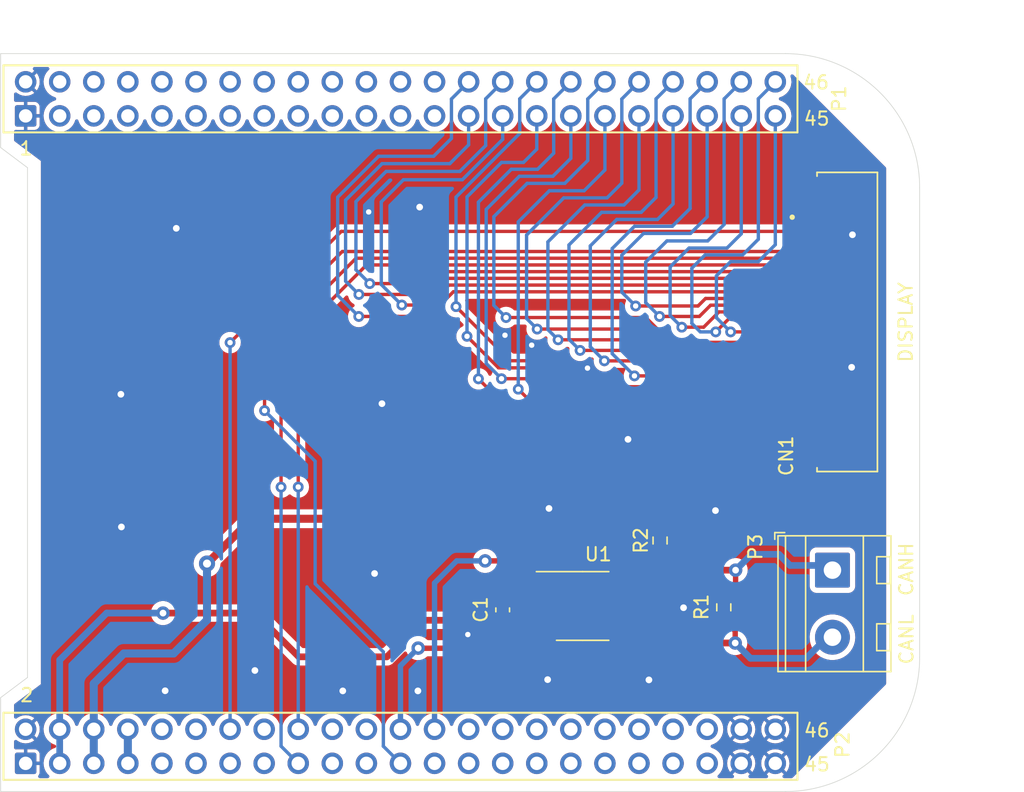
<source format=kicad_pcb>
(kicad_pcb (version 20211014) (generator pcbnew)
  (layers (0 "F.Cu" signal) (31 "B.Cu" signal) (34 "B.Paste" user) (35 "F.Paste" user) (36 "B.SilkS" user "B.Silkscreen") (37 "F.SilkS" user "F.Silkscreen") (38 "B.Mask" user) (39 "F.Mask" user) (44 "Edge.Cuts" user))
  (net 0 "")
  (net 1 "+3V3")
  (net 2 "GNDREF")
  (net 3 "/PWM_BL")
  (net 6 "/CTP_INT")
  (net 7 "/I2C1_SCL")
  (net 8 "/I2C1_SDA")
  (net 9 "/LCD_EN")
  (net 10 "/LCD_VSYNC")
  (net 11 "/LCD_HSYNC")
  (net 12 "/LCD_PCLK")
  (net 13 "/LCD_DATA4")
  (net 14 "/LCD_DATA3")
  (net 15 "/LCD_DATA2")
  (net 16 "/LCD_DATA1")
  (net 17 "/LCD_DATA0")
  (net 18 "/LCD_DATA10")
  (net 19 "/LCD_DATA9")
  (net 20 "/LCD_DATA8")
  (net 21 "/LCD_DATA7")
  (net 22 "/LCD_DATA6")
  (net 23 "/LCD_DATA5")
  (net 24 "/LCD_DATA15")
  (net 25 "/LCD_DATA14")
  (net 26 "/LCD_DATA13")
  (net 27 "/LCD_DATA12")
  (net 28 "/LCD_DATA11")
  (net 29 "+5V")
  (net 54 "/SYS_5V")
  (net 55 "/PWR_BUT")
  (net 56 "/SYS_RESET")
  (net 66 "/CAN_RX")
  (net 68 "/CAN_TX")
  (net 74 "/VDD_ADC")
  (net 85 "Net-(P3-Pad1)")
  (net 86 "Net-(P3-Pad2)")
  (net 87 "Net-(R2-Pad1)")
  (footprint "CTP_Display_CANbus_revA:AMPHENOL_F32Q-1A7H1-11030" (layer "F.Cu") (at 163.1 65 90)
    (fp_text reference "CN1")
    (fp_text value "FFC_FPC_30p")
  )
  (footprint "CTP_Display_CANbus_revA:HEADER_2X23_P2.54MM" (layer "F.Cu") (at 129.8 96.63 180)
    (fp_text reference "P2")
    (fp_text value "Conn_02x23_Odd_Even")
  )
  (footprint "CTP_Display_CANbus_revA:TERM_BLK_2P_5MM_HORIZONTAL" (layer "F.Cu") (at 162 86 -90)
    (fp_text reference "P3")
    (fp_text value "Screw_Terminal_01x02")
  )
  (footprint "CTP_Display_CANbus_revA:R_0603_1608Metric_Pad0.98x0.95mm_HandSolder" (layer "F.Cu") (at 149.15 81.29 90)
    (fp_text reference "R2")
    (fp_text value "10k")
  )
  (footprint "CTP_Display_CANbus_revA:SOIC-8_3.9x4.9mm_P1.27mm" (layer "F.Cu") (at 143.38 86.17)
    (fp_text reference "U1")
    (fp_text value "SN65HVD230")
  )
  (footprint "CTP_Display_CANbus_revA:HEADER_2X23_P2.54MM" (layer "F.Cu") (at 129.8 48.37 180)
    (fp_text reference "P1")
    (fp_text value "Conn_02x23_Odd_Even")
  )
  (footprint "CTP_Display_CANbus_revA:R_0603_1608Metric_Pad0.98x0.95mm_HandSolder" (layer "F.Cu") (at 153.9 86.27 -90)
    (fp_text reference "R1")
    (fp_text value "120")
  )
  (footprint "CTP_Display_CANbus_revA:C_0603_1608Metric" (layer "F.Cu") (at 137.42 86.46 90)
    (fp_text reference "C1")
    (fp_text value "0.1uF")
  )
  (gr_line (start 100 45) (end 100 52) (layer "Edge.Cuts") (width 0.05))
  (gr_line (start 102 53.5) (end 102 91.5) (layer "Edge.Cuts") (width 0.05))
  (gr_line (start 100 52) (end 102 53.5) (layer "Edge.Cuts") (width 0.05))
  (gr_arc (start 168.5 90) (mid 165.571068 97.071068) (end 158.5 100) (layer "Edge.Cuts") (width 0.05))
  (gr_arc (start 158.5 45) (mid 165.571068 47.928932) (end 168.5 55) (layer "Edge.Cuts") (width 0.05))
  (gr_line (start 168.5 90) (end 168.5 55) (layer "Edge.Cuts") (width 0.05))
  (gr_line (start 100 100) (end 158.5 100) (layer "Edge.Cuts") (width 0.05))
  (gr_line (start 100 93) (end 102 91.5) (layer "Edge.Cuts") (width 0.05))
  (gr_line (start 100 45) (end 158.5 45) (layer "Edge.Cuts") (width 0.05))
  (gr_line (start 100 100) (end 100 93) (layer "Edge.Cuts") (width 0.05))
  (gr_text "CANH" (at 167.5 83.44 90) (layer "F.SilkS") (effects (font (size 1 1))))
  (gr_text "2" (at 101.95 92.82) (layer "F.SilkS") (effects (font (size 1 1))))
  (gr_text "46" (at 160.78 47.15) (layer "F.SilkS") (effects (font (size 1 1))))
  (gr_text "45" (at 160.82 49.85) (layer "F.SilkS") (effects (font (size 1 1))))
  (gr_text "46" (at 160.83 95.45) (layer "F.SilkS") (effects (font (size 1 1))))
  (gr_text "CANL" (at 167.52 88.66 90) (layer "F.SilkS") (effects (font (size 1 1))))
  (gr_text "1" (at 101.9 52.07) (layer "F.SilkS") (effects (font (size 1 1))))
  (gr_text "45" (at 160.84 97.98) (layer "F.SilkS") (effects (font (size 1 1))))
  (gr_text "DISPLAY" (at 167.46 65.02 90) (layer "F.SilkS") (effects (font (size 1 1))))
  (segment (start 137.42 87.235) (end 138.675 87.235) (width 0.5) (layer "F.Cu") (net 1))
  (segment (start 122.22 89.96) (end 128.79 89.96) (width 0.5) (layer "F.Cu") (net 1))
  (segment (start 138.675 87.235) (end 139.105 86.805) (width 0.5) (layer "F.Cu") (net 1))
  (segment (start 128.79 89.96) (end 131.515 87.235) (width 0.5) (layer "F.Cu") (net 1))
  (segment (start 139.105 86.805) (end 140.905 86.805) (width 0.5) (layer "F.Cu") (net 1))
  (segment (start 131.515 87.235) (end 137.42 87.235) (width 0.5) (layer "F.Cu") (net 1))
  (segment (start 112.1 86.7) (end 118.96 86.7) (width 0.5) (layer "F.Cu") (net 1))
  (segment (start 118.96 86.7) (end 122.22 89.96) (width 0.5) (layer "F.Cu") (net 1))
  (via (at 112.1 86.7) (size 1) (drill 0.5) (layers "F.Cu" "B.Cu") (net 1))
  (segment (start 107.9 86.7) (end 112.1 86.7) (width 0.5) (layer "B.Cu") (net 1))
  (segment (start 104.4 97.9) (end 104.4 90.2) (width 0.5) (layer "B.Cu") (net 1))
  (segment (start 104.4 90.2) (end 107.9 86.7) (width 0.5) (layer "B.Cu") (net 1))
  (segment (start 138.66 85.53) (end 139.2 85.53) (width 0.25) (layer "F.Cu") (net 2))
  (segment (start 161.13 72.25) (end 161.37 72.49) (width 0.25) (layer "F.Cu") (net 2))
  (segment (start 161.37 72.87) (end 161.15 73.09) (width 0.25) (layer "F.Cu") (net 2))
  (segment (start 159.9 55.5) (end 161.15 55.5) (width 0.25) (layer "F.Cu") (net 2))
  (segment (start 160.2 57.23) (end 159.65 56.68) (width 0.25) (layer "F.Cu") (net 2))
  (segment (start 157.57 76.46) (end 157.57 78.1) (width 0.25) (layer "F.Cu") (net 2))
  (segment (start 158.19 75.84) (end 157.57 76.46) (width 0.25) (layer "F.Cu") (net 2))
  (segment (start 160.2 57.75) (end 162.74 57.75) (width 0.25) (layer "F.Cu") (net 2))
  (segment (start 161.37 72.49) (end 161.37 72.87) (width 0.25) (layer "F.Cu") (net 2))
  (segment (start 162.74 57.75) (end 163.49 58.5) (width 0.25) (layer "F.Cu") (net 2))
  (segment (start 161.15 73.09) (end 161.15 74.5) (width 0.25) (layer "F.Cu") (net 2))
  (segment (start 159.04 75.84) (end 158.19 75.84) (width 0.25) (layer "F.Cu") (net 2))
  (segment (start 156.61 79.06) (end 153.28 79.06) (width 0.25) (layer "F.Cu") (net 2))
  (segment (start 139.205 85.535) (end 139.2 85.53) (width 0.5) (layer "F.Cu") (net 2))
  (segment (start 160.2 57.75) (end 160.2 57.23) (width 0.25) (layer "F.Cu") (net 2))
  (segment (start 159.65 55.75) (end 159.9 55.5) (width 0.25) (layer "F.Cu") (net 2))
  (segment (start 159.65 56.68) (end 159.65 55.75) (width 0.25) (layer "F.Cu") (net 2))
  (segment (start 160.2 72.25) (end 161.13 72.25) (width 0.25) (layer "F.Cu") (net 2))
  (segment (start 157.57 78.1) (end 156.61 79.06) (width 0.25) (layer "F.Cu") (net 2))
  (segment (start 159.5 73.51) (end 159.5 75.38) (width 0.25) (layer "F.Cu") (net 2))
  (segment (start 138.505 85.685) (end 138.66 85.53) (width 0.25) (layer "F.Cu") (net 2))
  (segment (start 159.5 75.38) (end 159.04 75.84) (width 0.25) (layer "F.Cu") (net 2))
  (segment (start 140.905 85.535) (end 139.205 85.535) (width 0.5) (layer "F.Cu") (net 2))
  (segment (start 137.42 85.685) (end 138.505 85.685) (width 0.25) (layer "F.Cu") (net 2))
  (segment (start 160.2 72.25) (end 160.2 72.81) (width 0.25) (layer "F.Cu") (net 2))
  (segment (start 160.2 72.81) (end 159.5 73.51) (width 0.25) (layer "F.Cu") (net 2))
  (via (at 112.26 92.49) (size 1) (drill 0.5) (layers "F.Cu" "B.Cu") (net 2))
  (via (at 113.09 58.02) (size 1) (drill 0.5) (layers "F.Cu" "B.Cu") (net 2))
  (via (at 139.58 66.73) (size 0.8) (drill 0.4) (layers "F.Cu" "B.Cu") (net 2))
  (via (at 131.1 92.5) (size 1) (drill 0.5) (layers "F.Cu" "B.Cu") (net 2))
  (via (at 109 80.28) (size 1) (drill 0.5) (layers "F.Cu" "B.Cu") (net 2))
  (via (at 137.59 65.99) (size 0.8) (drill 0.4) (layers "F.Cu" "B.Cu") (net 2))
  (via (at 140.87 78.9) (size 1) (drill 0.5) (layers "F.Cu" "B.Cu") (net 2))
  (via (at 153.28 79.06) (size 1) (drill 0.5) (layers "F.Cu" "B.Cu") (net 2))
  (via (at 146.76 73.75) (size 1) (drill 0.5) (layers "F.Cu" "B.Cu") (net 2))
  (via (at 148.32 91.68) (size 1) (drill 0.5) (layers "F.Cu" "B.Cu") (net 2))
  (via (at 150.9 86.3) (size 1) (drill 0.5) (layers "F.Cu" "B.Cu") (net 2))
  (via (at 108.96 70.39) (size 1) (drill 0.5) (layers "F.Cu" "B.Cu") (net 2))
  (via (at 163.49 58.5) (size 1) (drill 0.5) (layers "F.Cu" "B.Cu") (net 2))
  (via (at 125.5 92.5) (size 1) (drill 0.5) (layers "F.Cu" "B.Cu") (net 2))
  (via (at 131.23 56.44) (size 1) (drill 0.5) (layers "F.Cu" "B.Cu") (net 2))
  (via (at 163.43 68.38) (size 1) (drill 0.5) (layers "F.Cu" "B.Cu") (net 2))
  (via (at 118.95 90.98) (size 1) (drill 0.5) (layers "F.Cu" "B.Cu") (net 2))
  (via (at 128.42 71.09) (size 1) (drill 0.5) (layers "F.Cu" "B.Cu") (net 2))
  (via (at 143.74 68.44) (size 0.8) (drill 0.4) (layers "F.Cu" "B.Cu") (net 2))
  (via (at 127.43 56.8) (size 0.8) (drill 0.4) (layers "F.Cu" "B.Cu") (net 2))
  (via (at 134.82 88.3) (size 0.8) (drill 0.4) (layers "F.Cu" "B.Cu") (net 2))
  (via (at 140.77 91.66) (size 1) (drill 0.5) (layers "F.Cu" "B.Cu") (net 2))
  (via (at 127.87 83.75) (size 1) (drill 0.5) (layers "F.Cu" "B.Cu") (net 2))
  (segment (start 125.39 58.25) (end 117.1 66.54) (width 0.25) (layer "F.Cu") (net 3))
  (segment (start 160.2 58.25) (end 125.39 58.25) (width 0.25) (layer "F.Cu") (net 3))
  (via (at 117.1 66.54) (size 0.8) (drill 0.4) (layers "F.Cu" "B.Cu") (net 3))
  (segment (start 117.1 95.36) (end 117.1 66.54) (width 0.25) (layer "B.Cu") (net 3))
  (segment (start 125.46 59.75) (end 160.2 59.75) (width 0.25) (layer "F.Cu") (net 6))
  (segment (start 119.67 71.61) (end 119.67 65.54) (width 0.25) (layer "F.Cu") (net 6))
  (segment (start 119.67 65.54) (end 125.46 59.75) (width 0.25) (layer "F.Cu") (net 6))
  (via (at 119.67 71.61) (size 0.8) (drill 0.4) (layers "F.Cu" "B.Cu") (net 6))
  (segment (start 128.525 89.595) (end 128.525 96.625) (width 0.25) (layer "B.Cu") (net 6))
  (segment (start 123.44 84.51) (end 128.525 89.595) (width 0.25) (layer "B.Cu") (net 6))
  (segment (start 123.44 75.38) (end 123.44 84.51) (width 0.25) (layer "B.Cu") (net 6))
  (segment (start 128.525 96.625) (end 129.8 97.9) (width 0.25) (layer "B.Cu") (net 6))
  (segment (start 119.67 71.61) (end 123.44 75.38) (width 0.25) (layer "B.Cu") (net 6))
  (segment (start 126.49 60.25) (end 120.9 65.84) (width 0.25) (layer "F.Cu") (net 7))
  (segment (start 120.9 65.84) (end 120.9 77.31) (width 0.25) (layer "F.Cu") (net 7))
  (segment (start 160.2 60.25) (end 126.49 60.25) (width 0.25) (layer "F.Cu") (net 7))
  (via (at 120.9 77.31) (size 0.8) (drill 0.4) (layers "F.Cu" "B.Cu") (net 7))
  (segment (start 120.9 96.62) (end 120.9 77.31) (width 0.25) (layer "B.Cu") (net 7))
  (segment (start 122.18 97.9) (end 120.9 96.62) (width 0.25) (layer "B.Cu") (net 7))
  (segment (start 122.18 65.84) (end 122.18 77.3) (width 0.25) (layer "F.Cu") (net 8))
  (segment (start 127.27 60.75) (end 122.18 65.84) (width 0.25) (layer "F.Cu") (net 8))
  (segment (start 160.2 60.75) (end 127.27 60.75) (width 0.25) (layer "F.Cu") (net 8))
  (via (at 122.18 77.3) (size 0.8) (drill 0.4) (layers "F.Cu" "B.Cu") (net 8))
  (segment (start 122.18 95.36) (end 122.18 77.3) (width 0.25) (layer "B.Cu") (net 8))
  (segment (start 131.86 62.14) (end 132.75 61.25) (width 0.25) (layer "F.Cu") (net 9))
  (segment (start 132.75 61.25) (end 160.2 61.25) (width 0.25) (layer "F.Cu") (net 9))
  (segment (start 127.51 62.14) (end 131.86 62.14) (width 0.25) (layer "F.Cu") (net 9))
  (via (at 127.51 62.14) (size 0.8) (drill 0.4) (layers "F.Cu" "B.Cu") (net 9))
  (segment (start 126.48 56.03) (end 128.73 53.78) (width 0.25) (layer "B.Cu") (net 9))
  (segment (start 126.48 61.11) (end 126.48 56.03) (width 0.25) (layer "B.Cu") (net 9))
  (segment (start 127.51 62.14) (end 126.48 61.11) (width 0.25) (layer "B.Cu") (net 9))
  (segment (start 128.73 53.78) (end 134.22 53.78) (width 0.25) (layer "B.Cu") (net 9))
  (segment (start 136.15 48.37) (end 137.42 47.1) (width 0.25) (layer "B.Cu") (net 9))
  (segment (start 136.15 51.85) (end 136.15 48.37) (width 0.25) (layer "B.Cu") (net 9))
  (segment (start 134.22 53.78) (end 136.15 51.85) (width 0.25) (layer "B.Cu") (net 9))
  (segment (start 160.2 61.75) (end 133.09 61.75) (width 0.25) (layer "F.Cu") (net 10))
  (segment (start 131.89 62.95) (end 126.7 62.95) (width 0.25) (layer "F.Cu") (net 10))
  (segment (start 133.09 61.75) (end 131.89 62.95) (width 0.25) (layer "F.Cu") (net 10))
  (via (at 126.7 62.95) (size 0.8) (drill 0.4) (layers "F.Cu" "B.Cu") (net 10))
  (segment (start 125.71 61.96) (end 125.71 55.92) (width 0.25) (layer "B.Cu") (net 10))
  (segment (start 126.7 62.95) (end 125.71 61.96) (width 0.25) (layer "B.Cu") (net 10))
  (segment (start 134.88 51.8) (end 134.88 49.64) (width 0.25) (layer "B.Cu") (net 10))
  (segment (start 133.48 53.2) (end 134.88 51.8) (width 0.25) (layer "B.Cu") (net 10))
  (segment (start 128.43 53.2) (end 133.48 53.2) (width 0.25) (layer "B.Cu") (net 10))
  (segment (start 125.71 55.92) (end 128.43 53.2) (width 0.25) (layer "B.Cu") (net 10))
  (segment (start 160.2 62.25) (end 133.406396 62.25) (width 0.25) (layer "F.Cu") (net 11))
  (segment (start 133.406396 62.25) (end 131.916396 63.74) (width 0.25) (layer "F.Cu") (net 11))
  (segment (start 131.916396 63.74) (end 129.9 63.74) (width 0.25) (layer "F.Cu") (net 11))
  (via (at 129.9 63.74) (size 0.8) (drill 0.4) (layers "F.Cu" "B.Cu") (net 11))
  (segment (start 128.37 62.21) (end 128.37 56.05) (width 0.25) (layer "B.Cu") (net 11))
  (segment (start 128.37 56.05) (end 130.02 54.4) (width 0.25) (layer "B.Cu") (net 11))
  (segment (start 129.9 63.74) (end 128.37 62.21) (width 0.25) (layer "B.Cu") (net 11))
  (segment (start 134.41 54.4) (end 137.42 51.39) (width 0.25) (layer "B.Cu") (net 11))
  (segment (start 137.42 51.39) (end 137.42 49.64) (width 0.25) (layer "B.Cu") (net 11))
  (segment (start 130.02 54.4) (end 134.41 54.4) (width 0.25) (layer "B.Cu") (net 11))
  (segment (start 131.9 64.59) (end 129.64 64.59) (width 0.25) (layer "F.Cu") (net 12))
  (segment (start 160.2 62.75) (end 133.74 62.75) (width 0.25) (layer "F.Cu") (net 12))
  (segment (start 129.64 64.59) (end 126.69 64.59) (width 0.25) (layer "F.Cu") (net 12))
  (segment (start 132.04 64.45) (end 131.9 64.59) (width 0.25) (layer "F.Cu") (net 12))
  (segment (start 133.74 62.75) (end 132.04 64.45) (width 0.25) (layer "F.Cu") (net 12))
  (via (at 126.69 64.59) (size 0.8) (drill 0.4) (layers "F.Cu" "B.Cu") (net 12))
  (segment (start 125.12 55.7) (end 128.17 52.65) (width 0.25) (layer "B.Cu") (net 12))
  (segment (start 132.27 52.65) (end 133.6 51.32) (width 0.25) (layer "B.Cu") (net 12))
  (segment (start 126.69 64.59) (end 125.12 63.02) (width 0.25) (layer "B.Cu") (net 12))
  (segment (start 133.6 51.32) (end 133.6 48.38) (width 0.25) (layer "B.Cu") (net 12))
  (segment (start 125.12 63.02) (end 125.12 55.7) (width 0.25) (layer "B.Cu") (net 12))
  (segment (start 128.17 52.65) (end 132.27 52.65) (width 0.25) (layer "B.Cu") (net 12))
  (segment (start 133.6 48.38) (end 134.88 47.1) (width 0.25) (layer "B.Cu") (net 12))
  (segment (start 160.2 63.25) (end 152.54 63.25) (width 0.25) (layer "F.Cu") (net 13))
  (segment (start 152.54 63.25) (end 151.98 63.81) (width 0.25) (layer "F.Cu") (net 13))
  (segment (start 151.98 63.81) (end 147.33 63.81) (width 0.25) (layer "F.Cu") (net 13))
  (via (at 147.33 63.81) (size 0.8) (drill 0.4) (layers "F.Cu" "B.Cu") (net 13))
  (segment (start 146.3 60.02) (end 147.92 58.4) (width 0.25) (layer "B.Cu") (net 13))
  (segment (start 151.42 58.4) (end 152.66 57.16) (width 0.25) (layer "B.Cu") (net 13))
  (segment (start 147.92 58.4) (end 151.42 58.4) (width 0.25) (layer "B.Cu") (net 13))
  (segment (start 147.33 63.81) (end 146.3 62.78) (width 0.25) (layer "B.Cu") (net 13))
  (segment (start 146.3 62.78) (end 146.3 60.02) (width 0.25) (layer "B.Cu") (net 13))
  (segment (start 152.66 57.16) (end 152.66 49.64) (width 0.25) (layer "B.Cu") (net 13))
  (segment (start 160.2 63.75) (end 152.92 63.75) (width 0.25) (layer "F.Cu") (net 14))
  (segment (start 152.08 64.59) (end 149.11 64.59) (width 0.25) (layer "F.Cu") (net 14))
  (segment (start 152.92 63.75) (end 152.08 64.59) (width 0.25) (layer "F.Cu") (net 14))
  (via (at 149.11 64.59) (size 0.8) (drill 0.4) (layers "F.Cu" "B.Cu") (net 14))
  (segment (start 148.08 63.56) (end 149.11 64.59) (width 0.25) (layer "B.Cu") (net 14))
  (segment (start 148.08 60.54) (end 148.08 63.56) (width 0.25) (layer "B.Cu") (net 14))
  (segment (start 152.7 58.96) (end 149.66 58.96) (width 0.25) (layer "B.Cu") (net 14))
  (segment (start 153.925 57.735) (end 152.7 58.96) (width 0.25) (layer "B.Cu") (net 14))
  (segment (start 153.925 48.375) (end 153.925 57.735) (width 0.25) (layer "B.Cu") (net 14))
  (segment (start 155.2 47.1) (end 153.925 48.375) (width 0.25) (layer "B.Cu") (net 14))
  (segment (start 149.66 58.96) (end 148.08 60.54) (width 0.25) (layer "B.Cu") (net 14))
  (segment (start 160.2 64.25) (end 153.54 64.25) (width 0.25) (layer "F.Cu") (net 15))
  (segment (start 152.4 65.39) (end 150.77 65.39) (width 0.25) (layer "F.Cu") (net 15))
  (segment (start 153.54 64.25) (end 152.4 65.39) (width 0.25) (layer "F.Cu") (net 15))
  (via (at 150.77 65.39) (size 0.8) (drill 0.4) (layers "F.Cu" "B.Cu") (net 15))
  (segment (start 155.2 58.43) (end 155.2 49.64) (width 0.25) (layer "B.Cu") (net 15))
  (segment (start 151.31 59.49) (end 154.14 59.49) (width 0.25) (layer "B.Cu") (net 15))
  (segment (start 154.14 59.49) (end 155.2 58.43) (width 0.25) (layer "B.Cu") (net 15))
  (segment (start 149.9 60.9) (end 151.31 59.49) (width 0.25) (layer "B.Cu") (net 15))
  (segment (start 149.9 64.52) (end 149.9 60.9) (width 0.25) (layer "B.Cu") (net 15))
  (segment (start 150.77 65.39) (end 149.9 64.52) (width 0.25) (layer "B.Cu") (net 15))
  (segment (start 153.3 65.74) (end 154.29 64.75) (width 0.25) (layer "F.Cu") (net 16))
  (segment (start 154.29 64.75) (end 160.2 64.75) (width 0.25) (layer "F.Cu") (net 16))
  (via (at 153.3 65.74) (size 0.8) (drill 0.4) (layers "F.Cu" "B.Cu") (net 16))
  (segment (start 151.52 65.11) (end 152.15 65.74) (width 0.25) (layer "B.Cu") (net 16))
  (segment (start 156.475 48.365) (end 156.475 58.835) (width 0.25) (layer "B.Cu") (net 16))
  (segment (start 151.52 60.99) (end 151.52 65.11) (width 0.25) (layer "B.Cu") (net 16))
  (segment (start 152.51 60) (end 151.52 60.99) (width 0.25) (layer "B.Cu") (net 16))
  (segment (start 155.31 60) (end 152.51 60) (width 0.25) (layer "B.Cu") (net 16))
  (segment (start 157.74 47.1) (end 156.475 48.365) (width 0.25) (layer "B.Cu") (net 16))
  (segment (start 152.15 65.74) (end 153.3 65.74) (width 0.25) (layer "B.Cu") (net 16))
  (segment (start 156.475 58.835) (end 155.31 60) (width 0.25) (layer "B.Cu") (net 16))
  (segment (start 160.2 65.25) (end 156.15 65.25) (width 0.25) (layer "F.Cu") (net 17))
  (segment (start 155.66 65.74) (end 154.41 65.74) (width 0.25) (layer "F.Cu") (net 17))
  (segment (start 156.15 65.25) (end 155.66 65.74) (width 0.25) (layer "F.Cu") (net 17))
  (via (at 154.41 65.74) (size 0.8) (drill 0.4) (layers "F.Cu" "B.Cu") (net 17))
  (segment (start 153.35 64.68) (end 154.41 65.74) (width 0.25) (layer "B.Cu") (net 17))
  (segment (start 156.48 60.5) (end 154.41 60.5) (width 0.25) (layer "B.Cu") (net 17))
  (segment (start 153.35 61.56) (end 153.35 64.68) (width 0.25) (layer "B.Cu") (net 17))
  (segment (start 157.74 59.24) (end 156.48 60.5) (width 0.25) (layer "B.Cu") (net 17))
  (segment (start 157.74 49.64) (end 157.74 59.24) (width 0.25) (layer "B.Cu") (net 17))
  (segment (start 154.41 60.5) (end 153.35 61.56) (width 0.25) (layer "B.Cu") (net 17))
  (segment (start 160.2 65.75) (end 156.39 65.75) (width 0.25) (layer "F.Cu") (net 18))
  (segment (start 148.09 64.67) (end 137.67 64.67) (width 0.25) (layer "F.Cu") (net 18))
  (segment (start 156.39 65.75) (end 155.62 66.52) (width 0.25) (layer "F.Cu") (net 18))
  (segment (start 155.62 66.52) (end 149.94 66.52) (width 0.25) (layer "F.Cu") (net 18))
  (segment (start 149.94 66.52) (end 148.09 64.67) (width 0.25) (layer "F.Cu") (net 18))
  (via (at 137.67 64.67) (size 0.8) (drill 0.4) (layers "F.Cu" "B.Cu") (net 18))
  (segment (start 136.76 63.76) (end 136.76 57.15) (width 0.25) (layer "B.Cu") (net 18))
  (segment (start 143.76 52.96) (end 143.76 48.38) (width 0.25) (layer "B.Cu") (net 18))
  (segment (start 143.76 48.38) (end 145.04 47.1) (width 0.25) (layer "B.Cu") (net 18))
  (segment (start 142.05 54.67) (end 143.76 52.96) (width 0.25) (layer "B.Cu") (net 18))
  (segment (start 137.67 64.67) (end 136.76 63.76) (width 0.25) (layer "B.Cu") (net 18))
  (segment (start 139.24 54.67) (end 142.05 54.67) (width 0.25) (layer "B.Cu") (net 18))
  (segment (start 136.76 57.15) (end 139.24 54.67) (width 0.25) (layer "B.Cu") (net 18))
  (segment (start 156.61 66.25) (end 155.84 67.02) (width 0.25) (layer "F.Cu") (net 19))
  (segment (start 160.2 66.25) (end 156.61 66.25) (width 0.25) (layer "F.Cu") (net 19))
  (segment (start 148.22 65.53) (end 139.99 65.53) (width 0.25) (layer "F.Cu") (net 19))
  (segment (start 149.71 67.02) (end 148.22 65.53) (width 0.25) (layer "F.Cu") (net 19))
  (segment (start 155.84 67.02) (end 149.71 67.02) (width 0.25) (layer "F.Cu") (net 19))
  (via (at 139.99 65.53) (size 0.8) (drill 0.4) (layers "F.Cu" "B.Cu") (net 19))
  (segment (start 146.3 54.65) (end 145.2 55.75) (width 0.25) (layer "B.Cu") (net 19))
  (segment (start 141.97 55.75) (end 139.2 58.52) (width 0.25) (layer "B.Cu") (net 19))
  (segment (start 146.3 48.38) (end 146.3 54.65) (width 0.25) (layer "B.Cu") (net 19))
  (segment (start 147.58 47.1) (end 146.3 48.38) (width 0.25) (layer "B.Cu") (net 19))
  (segment (start 139.2 64.74) (end 139.99 65.53) (width 0.25) (layer "B.Cu") (net 19))
  (segment (start 145.2 55.75) (end 141.97 55.75) (width 0.25) (layer "B.Cu") (net 19))
  (segment (start 139.2 58.52) (end 139.2 64.74) (width 0.25) (layer "B.Cu") (net 19))
  (segment (start 156.06 67.52) (end 153.66 67.52) (width 0.25) (layer "F.Cu") (net 20))
  (segment (start 160.2 66.75) (end 156.83 66.75) (width 0.25) (layer "F.Cu") (net 20))
  (segment (start 148.28 66.33) (end 149.47 67.52) (width 0.25) (layer "F.Cu") (net 20))
  (segment (start 156.83 66.75) (end 156.06 67.52) (width 0.25) (layer "F.Cu") (net 20))
  (segment (start 149.47 67.52) (end 153.67 67.52) (width 0.25) (layer "F.Cu") (net 20))
  (segment (start 141.55 66.33) (end 148.28 66.33) (width 0.25) (layer "F.Cu") (net 20))
  (via (at 141.55 66.33) (size 0.8) (drill 0.4) (layers "F.Cu" "B.Cu") (net 20))
  (segment (start 147.58 55.16) (end 146.46 56.28) (width 0.25) (layer "B.Cu") (net 20))
  (segment (start 143.54 56.28) (end 140.79 59.03) (width 0.25) (layer "B.Cu") (net 20))
  (segment (start 147.58 49.64) (end 147.58 55.16) (width 0.25) (layer "B.Cu") (net 20))
  (segment (start 140.79 65.57) (end 141.55 66.33) (width 0.25) (layer "B.Cu") (net 20))
  (segment (start 140.79 59.03) (end 140.79 65.57) (width 0.25) (layer "B.Cu") (net 20))
  (segment (start 146.46 56.28) (end 143.54 56.28) (width 0.25) (layer "B.Cu") (net 20))
  (segment (start 157.05 67.25) (end 156.28 68.02) (width 0.25) (layer "F.Cu") (net 21))
  (segment (start 148.32 67.12) (end 143.19 67.12) (width 0.25) (layer "F.Cu") (net 21))
  (segment (start 156.28 68.02) (end 149.22 68.02) (width 0.25) (layer "F.Cu") (net 21))
  (segment (start 160.2 67.25) (end 157.05 67.25) (width 0.25) (layer "F.Cu") (net 21))
  (segment (start 149.22 68.02) (end 148.32 67.12) (width 0.25) (layer "F.Cu") (net 21))
  (via (at 143.19 67.12) (size 0.8) (drill 0.4) (layers "F.Cu" "B.Cu") (net 21))
  (segment (start 143.19 67.12) (end 142.36 66.29) (width 0.25) (layer "B.Cu") (net 21))
  (segment (start 142.36 66.29) (end 142.36 59.26) (width 0.25) (layer "B.Cu") (net 21))
  (segment (start 148.85 55.72) (end 147.75 56.82) (width 0.25) (layer "B.Cu") (net 21))
  (segment (start 144.79 56.83) (end 147.75 56.83) (width 0.25) (layer "B.Cu") (net 21))
  (segment (start 148.85 48.37) (end 148.85 55.72) (width 0.25) (layer "B.Cu") (net 21))
  (segment (start 142.36 59.26) (end 144.79 56.83) (width 0.25) (layer "B.Cu") (net 21))
  (segment (start 150.12 47.1) (end 148.85 48.37) (width 0.25) (layer "B.Cu") (net 21))
  (segment (start 148.97 68.52) (end 148.35 67.9) (width 0.25) (layer "F.Cu") (net 22))
  (segment (start 160.2 67.75) (end 157.27 67.75) (width 0.25) (layer "F.Cu") (net 22))
  (segment (start 148.35 67.9) (end 145 67.9) (width 0.25) (layer "F.Cu") (net 22))
  (segment (start 157.27 67.75) (end 156.5 68.52) (width 0.25) (layer "F.Cu") (net 22))
  (segment (start 156.5 68.52) (end 148.97 68.52) (width 0.25) (layer "F.Cu") (net 22))
  (via (at 145 67.9) (size 0.8) (drill 0.4) (layers "F.Cu" "B.Cu") (net 22))
  (segment (start 145 67.9) (end 143.95 66.85) (width 0.25) (layer "B.Cu") (net 22))
  (segment (start 150.12 56.2) (end 150.12 49.64) (width 0.25) (layer "B.Cu") (net 22))
  (segment (start 145.92 57.36) (end 148.96 57.36) (width 0.25) (layer "B.Cu") (net 22))
  (segment (start 148.96 57.36) (end 150.12 56.2) (width 0.25) (layer "B.Cu") (net 22))
  (segment (start 143.95 66.85) (end 143.95 59.33) (width 0.25) (layer "B.Cu") (net 22))
  (segment (start 143.95 59.33) (end 145.92 57.36) (width 0.25) (layer "B.Cu") (net 22))
  (segment (start 160.2 68.25) (end 157.49 68.25) (width 0.25) (layer "F.Cu") (net 23))
  (segment (start 157.49 68.25) (end 156.72 69.02) (width 0.25) (layer "F.Cu") (net 23))
  (segment (start 156.72 69.02) (end 147.24 69.02) (width 0.25) (layer "F.Cu") (net 23))
  (via (at 147.24 69.02) (size 0.8) (drill 0.4) (layers "F.Cu" "B.Cu") (net 23))
  (segment (start 150.06 57.87) (end 151.39 56.54) (width 0.25) (layer "B.Cu") (net 23))
  (segment (start 151.39 48.37) (end 152.66 47.1) (width 0.25) (layer "B.Cu") (net 23))
  (segment (start 145.58 67.36) (end 145.58 59.53) (width 0.25) (layer "B.Cu") (net 23))
  (segment (start 147.24 69.02) (end 145.58 67.36) (width 0.25) (layer "B.Cu") (net 23))
  (segment (start 151.39 56.54) (end 151.39 48.37) (width 0.25) (layer "B.Cu") (net 23))
  (segment (start 145.58 59.53) (end 147.24 57.87) (width 0.25) (layer "B.Cu") (net 23))
  (segment (start 147.24 57.87) (end 150.06 57.87) (width 0.25) (layer "B.Cu") (net 23))
  (segment (start 142.91 69.83) (end 140.97 67.89) (width 0.25) (layer "F.Cu") (net 24))
  (segment (start 156.62 69.83) (end 142.91 69.83) (width 0.25) (layer "F.Cu") (net 24))
  (segment (start 160.2 68.75) (end 157.7 68.75) (width 0.25) (layer "F.Cu") (net 24))
  (segment (start 157.7 68.75) (end 156.62 69.83) (width 0.25) (layer "F.Cu") (net 24))
  (segment (start 140.97 67.89) (end 137.97 67.89) (width 0.25) (layer "F.Cu") (net 24))
  (segment (start 137.97 67.89) (end 133.94 63.86) (width 0.25) (layer "F.Cu") (net 24))
  (via (at 133.94 63.86) (size 0.8) (drill 0.4) (layers "F.Cu" "B.Cu") (net 24))
  (segment (start 138.69 50.945) (end 138.69 48.37) (width 0.25) (layer "B.Cu") (net 24))
  (segment (start 138.69 48.37) (end 139.96 47.1) (width 0.25) (layer "B.Cu") (net 24))
  (segment (start 133.94 63.86) (end 133.94 55.695) (width 0.25) (layer "B.Cu") (net 24))
  (segment (start 133.94 55.695) (end 138.69 50.945) (width 0.25) (layer "B.Cu") (net 24))
  (segment (start 157.905 69.25) (end 156.795 70.36) (width 0.25) (layer "F.Cu") (net 25))
  (segment (start 156.795 70.36) (end 142.4 70.36) (width 0.25) (layer "F.Cu") (net 25))
  (segment (start 142.4 70.36) (end 140.46 68.42) (width 0.25) (layer "F.Cu") (net 25))
  (segment (start 137.11 68.42) (end 134.76 66.07) (width 0.25) (layer "F.Cu") (net 25))
  (segment (start 140.46 68.42) (end 137.11 68.42) (width 0.25) (layer "F.Cu") (net 25))
  (segment (start 160.2 69.25) (end 157.905 69.25) (width 0.25) (layer "F.Cu") (net 25))
  (via (at 134.76 66.07) (size 0.8) (drill 0.4) (layers "F.Cu" "B.Cu") (net 25))
  (segment (start 134.76 55.68) (end 137.33 53.11) (width 0.25) (layer "B.Cu") (net 25))
  (segment (start 137.33 53.11) (end 138.97 53.11) (width 0.25) (layer "B.Cu") (net 25))
  (segment (start 138.97 53.11) (end 139.96 52.12) (width 0.25) (layer "B.Cu") (net 25))
  (segment (start 139.96 52.12) (end 139.96 49.64) (width 0.25) (layer "B.Cu") (net 25))
  (segment (start 134.76 66.07) (end 134.76 55.68) (width 0.25) (layer "B.Cu") (net 25))
  (segment (start 141.87 70.88) (end 140.22 69.23) (width 0.25) (layer "F.Cu") (net 26))
  (segment (start 158.12 69.75) (end 156.99 70.88) (width 0.25) (layer "F.Cu") (net 26))
  (segment (start 156.99 70.88) (end 141.87 70.88) (width 0.25) (layer "F.Cu") (net 26))
  (segment (start 160.2 69.75) (end 158.12 69.75) (width 0.25) (layer "F.Cu") (net 26))
  (segment (start 140.22 69.23) (end 137.33 69.23) (width 0.25) (layer "F.Cu") (net 26))
  (via (at 137.33 69.23) (size 0.8) (drill 0.4) (layers "F.Cu" "B.Cu") (net 26))
  (segment (start 141.16 54.14) (end 142.5 52.8) (width 0.25) (layer "B.Cu") (net 26))
  (segment (start 142.5 52.8) (end 142.5 49.64) (width 0.25) (layer "B.Cu") (net 26))
  (segment (start 137.33 69.23) (end 136.19 68.09) (width 0.25) (layer "B.Cu") (net 26))
  (segment (start 138.66 54.14) (end 141.16 54.14) (width 0.25) (layer "B.Cu") (net 26))
  (segment (start 136.19 68.09) (end 136.19 56.61) (width 0.25) (layer "B.Cu") (net 26))
  (segment (start 136.19 56.61) (end 138.66 54.14) (width 0.25) (layer "B.Cu") (net 26))
  (segment (start 160.2 70.25) (end 158.33 70.25) (width 0.25) (layer "F.Cu") (net 27))
  (segment (start 158.33 70.25) (end 157.18 71.4) (width 0.25) (layer "F.Cu") (net 27))
  (segment (start 139.97 71.4) (end 138.58 70.01) (width 0.25) (layer "F.Cu") (net 27))
  (segment (start 157.18 71.4) (end 139.97 71.4) (width 0.25) (layer "F.Cu") (net 27))
  (via (at 138.58 70.01) (size 0.8) (drill 0.4) (layers "F.Cu" "B.Cu") (net 27))
  (segment (start 140.9 55.22) (end 138.58 57.54) (width 0.25) (layer "B.Cu") (net 27))
  (segment (start 145.04 49.64) (end 145.04 53.67) (width 0.25) (layer "B.Cu") (net 27))
  (segment (start 145.04 53.67) (end 143.49 55.22) (width 0.25) (layer "B.Cu") (net 27))
  (segment (start 138.58 57.54) (end 138.58 70.01) (width 0.25) (layer "B.Cu") (net 27))
  (segment (start 143.49 55.22) (end 140.9 55.22) (width 0.25) (layer "B.Cu") (net 27))
  (segment (start 138.32 71.95) (end 157.34 71.95) (width 0.25) (layer "F.Cu") (net 28))
  (segment (start 157.34 71.95) (end 158.54 70.75) (width 0.25) (layer "F.Cu") (net 28))
  (segment (start 158.54 70.75) (end 160.2 70.75) (width 0.25) (layer "F.Cu") (net 28))
  (segment (start 135.61 69.24) (end 138.32 71.95) (width 0.25) (layer "F.Cu") (net 28))
  (via (at 135.61 69.24) (size 0.8) (drill 0.4) (layers "F.Cu" "B.Cu") (net 28))
  (segment (start 141.22 48.38) (end 141.22 52.42) (width 0.25) (layer "B.Cu") (net 28))
  (segment (start 141.22 52.42) (end 140.02 53.62) (width 0.25) (layer "B.Cu") (net 28))
  (segment (start 135.61 56.07) (end 135.61 69.24) (width 0.25) (layer "B.Cu") (net 28))
  (segment (start 138.06 53.62) (end 135.61 56.07) (width 0.25) (layer "B.Cu") (net 28))
  (segment (start 142.5 47.1) (end 141.22 48.38) (width 0.25) (layer "B.Cu") (net 28))
  (segment (start 140.02 53.62) (end 138.06 53.62) (width 0.25) (layer "B.Cu") (net 28))
  (segment (start 128.87 79.67) (end 132.88 75.66) (width 0.6) (layer "F.Cu") (net 29))
  (segment (start 115.38 83.01) (end 118.72 79.67) (width 0.6) (layer "F.Cu") (net 29))
  (segment (start 158.63 71.75) (end 158.3 72.08) (width 0.25) (layer "F.Cu") (net 29))
  (segment (start 155.04 75.66) (end 158.3 72.4) (width 0.6) (layer "F.Cu") (net 29))
  (segment (start 118.72 79.67) (end 128.87 79.67) (width 0.6) (layer "F.Cu") (net 29))
  (segment (start 158.77 71.25) (end 158.63 71.39) (width 0.25) (layer "F.Cu") (net 29))
  (segment (start 158.3 72.08) (end 158.3 72.4) (width 0.25) (layer "F.Cu") (net 29))
  (segment (start 158.63 71.39) (end 158.63 71.75) (width 0.25) (layer "F.Cu") (net 29))
  (segment (start 160.2 71.25) (end 158.77 71.25) (width 0.25) (layer "F.Cu") (net 29))
  (segment (start 160.2 71.75) (end 158.63 71.75) (width 0.25) (layer "F.Cu") (net 29))
  (segment (start 132.88 75.66) (end 155.04 75.66) (width 0.6) (layer "F.Cu") (net 29))
  (via (at 115.38 83.01) (size 1.2) (drill 0.6) (layers "F.Cu" "B.Cu") (net 29))
  (segment (start 115.38 87.22) (end 115.38 83.01) (width 0.6) (layer "B.Cu") (net 29))
  (segment (start 112.89 89.71) (end 115.38 87.22) (width 0.6) (layer "B.Cu") (net 29))
  (segment (start 109.18 89.71) (end 112.89 89.71) (width 0.6) (layer "B.Cu") (net 29))
  (segment (start 106.94 97.9) (end 106.94 91.95) (width 0.6) (layer "B.Cu") (net 29))
  (segment (start 106.94 91.95) (end 109.18 89.71) (width 0.6) (layer "B.Cu") (net 29))
  (segment (start 109.48 97.9) (end 109.48 95.36) (width 0.6) (layer "B.Cu") (net 54))
  (segment (start 131.12 89.31) (end 131.13 89.32) (width 0.4) (layer "F.Cu") (net 66))
  (segment (start 131.13 89.32) (end 138.95 89.32) (width 0.4) (layer "F.Cu") (net 66))
  (segment (start 138.95 89.32) (end 140.195 88.075) (width 0.4) (layer "F.Cu") (net 66))
  (segment (start 140.195 88.075) (end 140.905 88.075) (width 0.4) (layer "F.Cu") (net 66))
  (via (at 131.12 89.31) (size 1) (drill 0.5) (layers "F.Cu" "B.Cu") (net 66))
  (segment (start 129.8 95.36) (end 129.8 90.63) (width 0.4) (layer "B.Cu") (net 66))
  (segment (start 129.8 90.63) (end 131.12 89.31) (width 0.4) (layer "B.Cu") (net 66))
  (segment (start 138.7 82.81) (end 140.155 84.265) (width 0.4) (layer "F.Cu") (net 68))
  (segment (start 140.155 84.265) (end 140.905 84.265) (width 0.4) (layer "F.Cu") (net 68))
  (segment (start 136.11 82.81) (end 138.7 82.81) (width 0.4) (layer "F.Cu") (net 68))
  (via (at 136.11 82.81) (size 1) (drill 0.5) (layers "F.Cu" "B.Cu") (net 68))
  (segment (start 133.99 82.81) (end 136.11 82.81) (width 0.4) (layer "B.Cu") (net 68))
  (segment (start 132.34 95.36) (end 132.34 84.46) (width 0.4) (layer "B.Cu") (net 68))
  (segment (start 132.34 84.46) (end 133.99 82.81) (width 0.4) (layer "B.Cu") (net 68))
  (segment (start 154.78 84.4775) (end 154.78 83.5) (width 0.4) (layer "F.Cu") (net 85))
  (segment (start 151.63 83.5) (end 154.78 83.5) (width 0.5) (layer "F.Cu") (net 85))
  (segment (start 149.595 85.535) (end 151.63 83.5) (width 0.5) (layer "F.Cu") (net 85))
  (segment (start 145.855 85.535) (end 149.595 85.535) (width 0.5) (layer "F.Cu") (net 85))
  (segment (start 153.9 85.3575) (end 154.78 84.4775) (width 0.4) (layer "F.Cu") (net 85))
  (via (at 154.78 83.5) (size 1) (drill 0.5) (layers "F.Cu" "B.Cu") (net 85))
  (segment (start 158.84 83.15) (end 161.65 83.15) (width 0.5) (layer "B.Cu") (net 85))
  (segment (start 158.01 82.32) (end 158.84 83.15) (width 0.5) (layer "B.Cu") (net 85))
  (segment (start 154.78 83.5) (end 155.96 82.32) (width 0.5) (layer "B.Cu") (net 85))
  (segment (start 155.96 82.32) (end 158.01 82.32) (width 0.5) (layer "B.Cu") (net 85))
  (segment (start 161.65 83.15) (end 162 83.5) (width 0.5) (layer "B.Cu") (net 85))
  (segment (start 154.75 88.0325) (end 153.9 87.1825) (width 0.4) (layer "F.Cu") (net 86))
  (segment (start 145.855 86.805) (end 149.465 86.805) (width 0.5) (layer "F.Cu") (net 86))
  (segment (start 154.75 88.93) (end 154.75 88.0325) (width 0.4) (layer "F.Cu") (net 86))
  (segment (start 151.59 88.93) (end 154.75 88.93) (width 0.5) (layer "F.Cu") (net 86))
  (segment (start 149.465 86.805) (end 151.59 88.93) (width 0.5) (layer "F.Cu") (net 86))
  (via (at 154.75 88.93) (size 1) (drill 0.5) (layers "F.Cu" "B.Cu") (net 86))
  (segment (start 155.89 90.07) (end 160.04 90.07) (width 0.5) (layer "B.Cu") (net 86))
  (segment (start 154.75 88.93) (end 155.89 90.07) (width 0.5) (layer "B.Cu") (net 86))
  (segment (start 161.61 88.5) (end 162 88.5) (width 0.5) (layer "B.Cu") (net 86))
  (segment (start 160.04 90.07) (end 161.61 88.5) (width 0.5) (layer "B.Cu") (net 86))
  (segment (start 145.855 84.265) (end 148.245 84.265) (width 0.4) (layer "F.Cu") (net 87))
  (segment (start 149.15 83.36) (end 149.15 82.2025) (width 0.4) (layer "F.Cu") (net 87))
  (segment (start 148.245 84.265) (end 149.15 83.36) (width 0.4) (layer "F.Cu") (net 87))
  (zone (net 2) (net_name "GNDREF") (layer "F.Cu") (connect_pads (clearance 0.4)) (min_thickness 0.25) (fill yes (thermal_gap 0.25) (thermal_bridge_width 0.25))
    (polygon (pts (xy 166 53.5) (xy 166 92) (xy 159 99) (xy 101 99) (xy 101 93.5) (xy 103 92) (xy 103 53) (xy 101 51.5) (xy 101 46) (xy 158.5 46)))
  )
  (zone (net 0) (net_name "") (layer "F.Cu") (connect_pads (clearance 0)) (min_thickness 0.254)
    (keepout (tracks allowed) (vias allowed) (pads allowed) (copperpour not_allowed) (footprints allowed))
    (fill (thermal_gap 0.508) (thermal_bridge_width 0.508))
    (polygon (pts (xy 138.13 86.79) (xy 136.71 86.79) (xy 136.71 86.1) (xy 138.13 86.1)))
  )
  (zone (net 0) (net_name "") (layer "F.Cu") (connect_pads (clearance 0)) (min_thickness 0.254)
    (keepout (tracks allowed) (vias allowed) (pads allowed) (copperpour not_allowed) (footprints allowed))
    (fill (thermal_gap 0.508) (thermal_bridge_width 0.508))
    (polygon (pts (xy 154.65 86.71) (xy 153.14 86.71) (xy 153.14 85.83) (xy 154.65 85.83)))
  )
  (zone (net 29) (net_name "+5V") (layer "F.Cu") (priority 1) (connect_pads (clearance 0.2)) (min_thickness 0.2) (fill yes (thermal_gap 0.2) (thermal_bridge_width 0.2))
    (polygon (pts (xy 159.15 71.17) (xy 159.15 71.3) (xy 159 71.45) (xy 159 71.58) (xy 159.15 71.73) (xy 159.15 71.85) (xy 159 72) (xy 159 72.4) (xy 158.8 72.6) (xy 158.5 72.6) (xy 157.8 73.3) (xy 157.4 73.3) (xy 157.4 72.51) (xy 157.4 72.44) (xy 157.96 71.88) (xy 158.5 71.34) (xy 158.71 71.13) (xy 159.11 71.13)))
  )
  (zone (net 0) (net_name "") (layer "F.Cu") (connect_pads (clearance 0)) (min_thickness 0.254)
    (keepout (tracks allowed) (vias allowed) (pads allowed) (copperpour not_allowed) (footprints allowed))
    (fill (thermal_gap 0.508) (thermal_bridge_width 0.508))
    (polygon (pts (xy 144.87 88.76) (xy 141.9 88.76) (xy 141.9 83.57) (xy 144.87 83.57)))
  )
  (zone (net 0) (net_name "") (layer "F.Cu") (connect_pads (clearance 0)) (min_thickness 0.25)
    (keepout (tracks allowed) (vias allowed) (pads allowed) (copperpour not_allowed) (footprints allowed))
    (fill (thermal_gap 0.25) (thermal_bridge_width 0.25))
    (polygon (pts (xy 149.88 81.7) (xy 148.42 81.7) (xy 148.42 80.8) (xy 149.88 80.8)))
  )
  (zone (net 2) (net_name "GNDREF") (layer "B.Cu") (connect_pads (clearance 0.4)) (min_thickness 0.25) (fill yes (thermal_gap 0.25) (thermal_bridge_width 0.25))
    (polygon (pts (xy 166 53.5) (xy 166 92) (xy 159 99) (xy 101 99) (xy 101 93.5) (xy 103 92) (xy 103 53) (xy 101 51.5) (xy 101 46) (xy 158.5 46)))
  )
)
</source>
